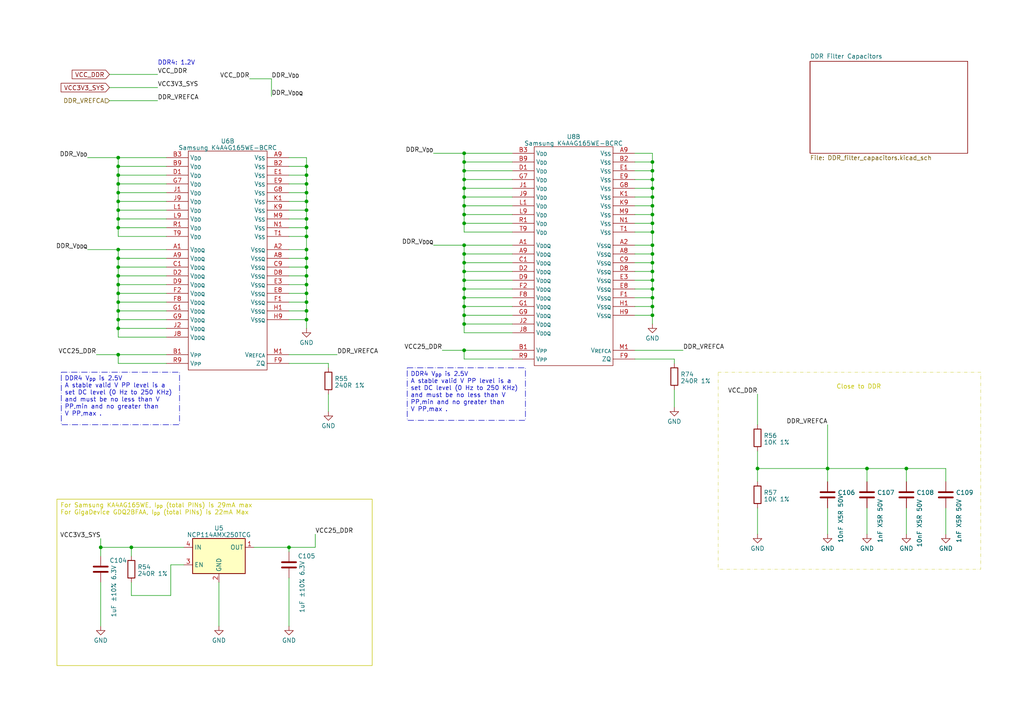
<source format=kicad_sch>
(kicad_sch (version 20230121) (generator eeschema)
  (paper "A4")
  (lib_symbols
    (symbol "Device:C" (pin_numbers hide) (pin_names (offset 0.254))
      (property "Reference" "C" (at 0.635 2.54 0))
      (property "Value" "C" (at 0.635 -2.54 0))
      (symbol "C_0_1"
        (polyline (pts (xy -2.032 -0.762) (xy 2.032 -0.762)) (stroke (width 0.508)))
        (polyline (pts (xy -2.032 0.762) (xy 2.032 0.762)) (stroke (width 0.508)))
      )
      (symbol "C_1_1"
        (pin passive line (at 0 3.81 270) (length 2.794) (name "~") (number "1"))
        (pin passive line (at 0 -3.81 90) (length 2.794) (name "~") (number "2"))
      )
    )
    (symbol "Device:R" (pin_numbers hide) (pin_names (offset 0))
      (property "Reference" "R" (at 2.032 0 90))
      (property "Value" "R" (at 0 0 90))
      (symbol "R_0_1"
        (rectangle (start -1.016 -2.54) (end 1.016 2.54) (stroke (width 0.254)))
      )
      (symbol "R_1_1"
        (pin passive line (at 0 3.81 270) (length 1.27) (name "~") (number "1"))
        (pin passive line (at 0 -3.81 90) (length 1.27) (name "~") (number "2"))
      )
    )
    (symbol "Leaf_Regulator_Linear:NCP114"
      (property "Reference" "U" (at 0 0 0))
      (property "Value" "NCP114" (at 0 0 0))
      (symbol "NCP114_0_0"
        (text "" (at 0 0 0) (effects (font (size 1.27 1.27))))
      )
      (symbol "NCP114_0_1"
        (rectangle (start -7.62 5.08) (end 7.62 -5.08) (stroke (width 0.254)) (fill (type background)))
      )
      (symbol "NCP114_1_1"
        (pin power_out line (at 10.16 2.54 180) (length 2.54) (name "OUT") (number "1"))
        (pin power_in line (at 0 -7.62 90) (length 2.54) (name "GND") (number "2"))
        (pin input line (at -10.16 -2.54 0) (length 2.54) (name "EN") (number "3"))
        (pin power_in line (at -10.16 2.54 0) (length 2.54) (name "IN") (number "4"))
        (pin passive line (at 0 -7.62 90) (length 2.54) hide (name "GND") (number "5"))
      )
    )
    (symbol "Memory_DDR:Micron_DDR4_MT40A512M16TB"
      (property "Reference" "U" (at -12.7 39.37 0))
      (property "Value" "Micron DDR4 MT40A512M16TB" (at 6.35 39.37 0))
      (symbol "Micron_DDR4_MT40A512M16TB_1_1"
        (rectangle (start -11.43 38.1) (end 11.43 -45.72))
        (pin bidirectional line (at 17.78 8.89 180) (length 6.35) (name "DQ8") (number "A3"))
        (pin bidirectional line (at 17.78 -13.97 180) (length 6.35) (name "UDQS#") (number "A7"))
        (pin bidirectional line (at 17.78 -11.43 180) (length 6.35) (name "UDQS") (number "B7"))
        (pin bidirectional line (at 17.78 6.35 180) (length 6.35) (name "DQ9") (number "B8"))
        (pin bidirectional line (at 17.78 -1.27 180) (length 6.35) (name "DQ12") (number "C2"))
        (pin bidirectional line (at 17.78 3.81 180) (length 6.35) (name "DQ10") (number "C3"))
        (pin bidirectional line (at 17.78 1.27 180) (length 6.35) (name "DQ11") (number "C7"))
        (pin bidirectional line (at 17.78 -3.81 180) (length 6.35) (name "DQ13") (number "C8"))
        (pin bidirectional line (at 17.78 -6.35 180) (length 6.35) (name "DQ14") (number "D3"))
        (pin bidirectional line (at 17.78 -8.89 180) (length 6.35) (name "DQ15") (number "D7"))
        (pin input line (at 17.78 -21.59 180) (length 6.35) (name "NF/~{UDM}/~{UDBI}") (number "E2"))
        (pin input line (at 17.78 -19.05 180) (length 6.35) (name "NF/~{LDM}/~{LDBI}") (number "E7"))
        (pin bidirectional line (at 17.78 12.7 180) (length 6.35) (name "LDQS#") (number "F3"))
        (pin bidirectional line (at 17.78 33.02 180) (length 6.35) (name "DQ1") (number "F7"))
        (pin bidirectional line (at 17.78 35.56 180) (length 6.35) (name "DQ0") (number "G2"))
        (pin bidirectional line (at 17.78 15.24 180) (length 6.35) (name "LDQS") (number "G3"))
        (pin bidirectional line (at 17.78 25.4 180) (length 6.35) (name "DQ4") (number "H2"))
        (pin bidirectional line (at 17.78 30.48 180) (length 6.35) (name "DQ2") (number "H3"))
        (pin bidirectional line (at 17.78 27.94 180) (length 6.35) (name "DQ3") (number "H7"))
        (pin bidirectional line (at 17.78 22.86 180) (length 6.35) (name "DQ5") (number "H8"))
        (pin bidirectional line (at 17.78 20.32 180) (length 6.35) (name "DQ6") (number "J3"))
        (pin bidirectional line (at 17.78 17.78 180) (length 6.35) (name "DQ7") (number "J7"))
        (pin input line (at -17.78 -19.05 0) (length 6.35) (name "CKE") (number "K2"))
        (pin input line (at -17.78 -24.13 0) (length 6.35) (name "ODT") (number "K3"))
        (pin input line (at -17.78 -11.43 0) (length 6.35) (name "CK") (number "K7"))
        (pin input line (at -17.78 -13.97 0) (length 6.35) (name "CK#") (number "K8"))
        (pin input line (at -17.78 0 0) (length 6.35) (name "A14/~{WE}") (number "L2"))
        (pin input line (at -17.78 -31.75 0) (length 6.35) (name "~{ACT}") (number "L3"))
        (pin input line (at -17.78 -21.59 0) (length 6.35) (name "~{CS}") (number "L7"))
        (pin input line (at -17.78 -5.08 0) (length 6.35) (name "A16/~{RAS}") (number "L8"))
        (pin input line (at 17.78 -35.56 180) (length 6.35) (name "BG0") (number "M2"))
        (pin input line (at -17.78 10.16 0) (length 6.35) (name "A10/AP") (number "M3"))
        (pin input line (at -17.78 5.08 0) (length 6.35) (name "A12/~{BC}") (number "M7"))
        (pin input line (at -17.78 -2.54 0) (length 6.35) (name "A15/~{CAS}") (number "M8"))
        (pin input line (at 17.78 -29.21 180) (length 6.35) (name "BA0") (number "N2"))
        (pin input line (at -17.78 25.4 0) (length 6.35) (name "A4") (number "N3"))
        (pin input line (at -17.78 27.94 0) (length 6.35) (name "A3") (number "N7"))
        (pin input line (at 17.78 -31.75 180) (length 6.35) (name "BA1") (number "N8"))
        (pin input line (at -17.78 -40.64 0) (length 6.35) (name "TEN") (number "N9"))
        (pin input line (at -17.78 -27.94 0) (length 6.35) (name "~{RESET}") (number "P1"))
        (pin input line (at -17.78 20.32 0) (length 6.35) (name "A6") (number "P2"))
        (pin input line (at -17.78 35.56 0) (length 6.35) (name "A0") (number "P3"))
        (pin input line (at -17.78 33.02 0) (length 6.35) (name "A1") (number "P7"))
        (pin input line (at -17.78 22.86 0) (length 6.35) (name "A5") (number "P8"))
        (pin input line (at -17.78 -35.56 0) (length 6.35) (name "~{ALERT}") (number "P9"))
        (pin input line (at -17.78 15.24 0) (length 6.35) (name "A8") (number "R2"))
        (pin input line (at -17.78 30.48 0) (length 6.35) (name "A2") (number "R3"))
        (pin input line (at -17.78 12.7 0) (length 6.35) (name "A9") (number "R7"))
        (pin input line (at -17.78 17.78 0) (length 6.35) (name "A7") (number "R8"))
        (pin input line (at -17.78 7.62 0) (length 6.35) (name "A11") (number "T2"))
        (pin input line (at -17.78 -44.45 0) (length 6.35) (name "PAR") (number "T3"))
        (pin input line (at -17.78 2.54 0) (length 6.35) (name "A13") (number "T8"))
      )
      (symbol "Micron_DDR4_MT40A512M16TB_2_1"
        (rectangle (start -11.43 28.575) (end 11.43 -34.925))
        (pin power_in line (at -17.78 0 0) (length 6.35) (name "V_{DDQ}") (number "A1"))
        (pin power_in line (at 17.78 0 180) (length 6.35) (name "V_{SSQ}") (number "A2"))
        (pin power_in line (at 17.78 -2.54 180) (length 6.35) (name "V_{SSQ}") (number "A8"))
        (pin power_in line (at -17.78 -2.54 0) (length 6.35) (name "V_{DDQ}") (number "A9"))
        (pin power_in line (at 17.78 26.67 180) (length 6.35) (name "V_{SS}") (number "A9"))
        (pin power_in line (at -17.78 -30.48 0) (length 6.35) (name "V_{PP}") (number "B1"))
        (pin power_in line (at 17.78 24.13 180) (length 6.35) (name "V_{SS}") (number "B2"))
        (pin power_in line (at -17.78 26.67 0) (length 6.35) (name "V_{DD}") (number "B3"))
        (pin power_in line (at -17.78 24.13 0) (length 6.35) (name "V_{DD}") (number "B9"))
        (pin power_in line (at -17.78 -5.08 0) (length 6.35) (name "V_{DDQ}") (number "C1"))
        (pin power_in line (at 17.78 -5.08 180) (length 6.35) (name "V_{SSQ}") (number "C9"))
        (pin power_in line (at -17.78 21.59 0) (length 6.35) (name "V_{DD}") (number "D1"))
        (pin power_in line (at -17.78 -7.62 0) (length 6.35) (name "V_{DDQ}") (number "D2"))
        (pin power_in line (at 17.78 -7.62 180) (length 6.35) (name "V_{SSQ}") (number "D8"))
        (pin power_in line (at -17.78 -10.16 0) (length 6.35) (name "V_{DDQ}") (number "D9"))
        (pin power_in line (at 17.78 21.59 180) (length 6.35) (name "V_{SS}") (number "E1"))
        (pin power_in line (at 17.78 -10.16 180) (length 6.35) (name "V_{SSQ}") (number "E3"))
        (pin power_in line (at 17.78 -12.7 180) (length 6.35) (name "V_{SSQ}") (number "E8"))
        (pin power_in line (at 17.78 19.05 180) (length 6.35) (name "V_{SS}") (number "E9"))
        (pin power_in line (at 17.78 -15.24 180) (length 6.35) (name "V_{SSQ}") (number "F1"))
        (pin power_in line (at -17.78 -12.7 0) (length 6.35) (name "V_{DDQ}") (number "F2"))
        (pin power_in line (at -17.78 -15.24 0) (length 6.35) (name "V_{DDQ}") (number "F8"))
        (pin power_in line (at 17.78 -33.02 180) (length 6.35) (name "ZQ") (number "F9"))
        (pin power_in line (at -17.78 -17.78 0) (length 6.35) (name "V_{DDQ}") (number "G1"))
        (pin power_in line (at -17.78 19.05 0) (length 6.35) (name "V_{DD}") (number "G7"))
        (pin power_in line (at 17.78 16.51 180) (length 6.35) (name "V_{SS}") (number "G8"))
        (pin power_in line (at -17.78 -20.32 0) (length 6.35) (name "V_{DDQ}") (number "G9"))
        (pin power_in line (at 17.78 -17.78 180) (length 6.35) (name "V_{SSQ}") (number "H1"))
        (pin power_in line (at 17.78 -20.32 180) (length 6.35) (name "V_{SSQ}") (number "H9"))
        (pin power_in line (at -17.78 16.51 0) (length 6.35) (name "V_{DD}") (number "J1"))
        (pin power_in line (at -17.78 -22.86 0) (length 6.35) (name "V_{DDQ}") (number "J2"))
        (pin power_in line (at -17.78 -25.4 0) (length 6.35) (name "V_{DDQ}") (number "J8"))
        (pin power_in line (at -17.78 13.97 0) (length 6.35) (name "V_{DD}") (number "J9"))
        (pin power_in line (at 17.78 13.97 180) (length 6.35) (name "V_{SS}") (number "K1"))
        (pin power_in line (at 17.78 11.43 180) (length 6.35) (name "V_{SS}") (number "K9"))
        (pin power_in line (at -17.78 11.43 0) (length 6.35) (name "V_{DD}") (number "L1"))
        (pin power_in line (at -17.78 8.89 0) (length 6.35) (name "V_{DD}") (number "L9"))
        (pin power_in line (at 17.78 -30.48 180) (length 6.35) (name "V_{REFCA}") (number "M1"))
        (pin power_in line (at 17.78 8.89 180) (length 6.35) (name "V_{SS}") (number "M9"))
        (pin power_in line (at 17.78 6.35 180) (length 6.35) (name "V_{SS}") (number "N1"))
        (pin power_in line (at -17.78 6.35 0) (length 6.35) (name "V_{DD}") (number "R1"))
        (pin power_in line (at -17.78 -33.02 0) (length 6.35) (name "V_{PP}") (number "R9"))
        (pin power_in line (at 17.78 3.81 180) (length 6.35) (name "V_{SS}") (number "T1"))
        (pin no_connect line (at -5.08 -41.275 90) (length 6.35) hide (name "NF/NC") (number "T7"))
        (pin power_in line (at -17.78 3.81 0) (length 6.35) (name "V_{DD}") (number "T9"))
      )
    )
    (symbol "power:GND" (power) (pin_names (offset 0))
      (property "Value" "GND" (at 0 -3.81 0))
      (symbol "GND_0_1"
        (polyline (pts (xy 0 0) (xy 0 -1.27) (xy 1.27 -1.27) (xy 0 -2.54) (xy -1.27 -1.27) (xy 0 -1.27)))
      )
      (symbol "GND_1_1"
        (pin power_in line (at 0 0 270) (length 0) hide (name "GND") (number "1"))
      )
    )
  )
  (junction (at 189.23 83.82))
  (junction (at 34.29 102.87))
  (junction (at 189.23 57.15))
  (junction (at 189.23 67.31))
  (junction (at 134.62 64.77))
  (junction (at 134.62 76.2))
  (junction (at 134.62 93.98))
  (junction (at 189.23 78.74))
  (junction (at 34.29 48.26))
  (junction (at 88.9 92.71))
  (junction (at 34.29 87.63))
  (junction (at 134.62 71.12))
  (junction (at 88.9 80.01))
  (junction (at 88.9 77.47))
  (junction (at 189.23 71.12))
  (junction (at 134.62 49.53))
  (junction (at 134.62 54.61))
  (junction (at 34.29 55.88))
  (junction (at 88.9 87.63))
  (junction (at 134.62 81.28))
  (junction (at 134.62 86.36))
  (junction (at 34.29 90.17))
  (junction (at 38.1 158.75))
  (junction (at 88.9 53.34))
  (junction (at 88.9 68.58))
  (junction (at 34.29 80.01))
  (junction (at 34.29 82.55))
  (junction (at 88.9 72.39))
  (junction (at 189.23 54.61))
  (junction (at 189.23 86.36))
  (junction (at 34.29 72.39))
  (junction (at 240.03 135.89))
  (junction (at 134.62 57.15))
  (junction (at 34.29 74.93))
  (junction (at 34.29 60.96))
  (junction (at 189.23 64.77))
  (junction (at 88.9 74.93))
  (junction (at 189.23 49.53))
  (junction (at 262.89 135.89))
  (junction (at 88.9 90.17))
  (junction (at 189.23 73.66))
  (junction (at 88.9 48.26))
  (junction (at 34.29 45.72))
  (junction (at 34.29 63.5))
  (junction (at 88.9 82.55))
  (junction (at 189.23 81.28))
  (junction (at 189.23 88.9))
  (junction (at 88.9 85.09))
  (junction (at 189.23 46.99))
  (junction (at 134.62 59.69))
  (junction (at 134.62 78.74))
  (junction (at 34.29 50.8))
  (junction (at 34.29 66.04))
  (junction (at 134.62 101.6))
  (junction (at 34.29 92.71))
  (junction (at 88.9 63.5))
  (junction (at 34.29 95.25))
  (junction (at 88.9 60.96))
  (junction (at 88.9 50.8))
  (junction (at 34.29 85.09))
  (junction (at 134.62 73.66))
  (junction (at 34.29 58.42))
  (junction (at 189.23 52.07))
  (junction (at 189.23 91.44))
  (junction (at 251.46 135.89))
  (junction (at 34.29 53.34))
  (junction (at 134.62 83.82))
  (junction (at 134.62 46.99))
  (junction (at 88.9 55.88))
  (junction (at 134.62 52.07))
  (junction (at 29.21 158.75))
  (junction (at 134.62 62.23))
  (junction (at 219.71 135.89))
  (junction (at 134.62 88.9))
  (junction (at 134.62 91.44))
  (junction (at 88.9 66.04))
  (junction (at 83.82 158.75))
  (junction (at 189.23 62.23))
  (junction (at 88.9 58.42))
  (junction (at 34.29 77.47))
  (junction (at 134.62 44.45))
  (junction (at 189.23 76.2))
  (junction (at 189.23 59.69))
  (wire (pts (xy 34.29 80.01) (xy 34.29 82.55)))
  (wire (pts (xy 134.62 54.61) (xy 134.62 57.15)))
  (wire (pts (xy 38.1 158.75) (xy 38.1 161.29)))
  (wire (pts (xy 72.39 22.86) (xy 78.74 22.86)))
  (wire (pts (xy 134.62 96.52) (xy 134.62 93.98)))
  (wire (pts (xy 34.29 97.79) (xy 34.29 95.25)))
  (wire (pts (xy 34.29 66.04) (xy 48.26 66.04)))
  (wire (pts (xy 134.62 73.66) (xy 148.59 73.66)))
  (wire (pts (xy 134.62 83.82) (xy 148.59 83.82)))
  (wire (pts (xy 31.75 21.59) (xy 45.72 21.59)))
  (wire (pts (xy 134.62 59.69) (xy 148.59 59.69)))
  (wire (pts (xy 262.89 147.32) (xy 262.89 154.94)))
  (wire (pts (xy 184.15 78.74) (xy 189.23 78.74)))
  (wire (pts (xy 134.62 91.44) (xy 148.59 91.44)))
  (wire (pts (xy 251.46 139.7) (xy 251.46 135.89)))
  (wire (pts (xy 189.23 44.45) (xy 189.23 46.99)))
  (wire (pts (xy 34.29 92.71) (xy 48.26 92.71)))
  (wire (pts (xy 189.23 46.99) (xy 189.23 49.53)))
  (wire (pts (xy 134.62 86.36) (xy 134.62 88.9)))
  (wire (pts (xy 97.79 102.87) (xy 83.82 102.87)))
  (wire (pts (xy 134.62 49.53) (xy 134.62 52.07)))
  (wire (pts (xy 88.9 58.42) (xy 88.9 60.96)))
  (wire (pts (xy 184.15 62.23) (xy 189.23 62.23)))
  (wire (pts (xy 34.29 48.26) (xy 34.29 50.8)))
  (wire (pts (xy 88.9 74.93) (xy 88.9 77.47)))
  (wire (pts (xy 189.23 62.23) (xy 189.23 64.77)))
  (wire (pts (xy 134.62 73.66) (xy 134.62 76.2)))
  (wire (pts (xy 195.58 113.03) (xy 195.58 118.11)))
  (wire (pts (xy 88.9 80.01) (xy 88.9 82.55)))
  (wire (pts (xy 134.62 59.69) (xy 134.62 62.23)))
  (wire (pts (xy 34.29 45.72) (xy 34.29 48.26)))
  (wire (pts (xy 134.62 62.23) (xy 134.62 64.77)))
  (wire (pts (xy 27.94 102.87) (xy 34.29 102.87)))
  (wire (pts (xy 134.62 78.74) (xy 134.62 81.28)))
  (wire (pts (xy 88.9 87.63) (xy 88.9 90.17)))
  (wire (pts (xy 88.9 48.26) (xy 88.9 50.8)))
  (wire (pts (xy 134.62 57.15) (xy 148.59 57.15)))
  (wire (pts (xy 189.23 59.69) (xy 189.23 62.23)))
  (wire (pts (xy 34.29 105.41) (xy 34.29 102.87)))
  (wire (pts (xy 134.62 57.15) (xy 134.62 59.69)))
  (wire (pts (xy 34.29 72.39) (xy 48.26 72.39)))
  (wire (pts (xy 48.26 105.41) (xy 34.29 105.41)))
  (wire (pts (xy 34.29 63.5) (xy 34.29 66.04)))
  (wire (pts (xy 262.89 139.7) (xy 262.89 135.89)))
  (wire (pts (xy 134.62 71.12) (xy 148.59 71.12)))
  (wire (pts (xy 83.82 82.55) (xy 88.9 82.55)))
  (wire (pts (xy 34.29 102.87) (xy 48.26 102.87)))
  (wire (pts (xy 189.23 78.74) (xy 189.23 81.28)))
  (wire (pts (xy 29.21 158.75) (xy 29.21 161.29)))
  (wire (pts (xy 83.82 60.96) (xy 88.9 60.96)))
  (wire (pts (xy 134.62 71.12) (xy 134.62 73.66)))
  (wire (pts (xy 274.32 147.32) (xy 274.32 154.94)))
  (wire (pts (xy 184.15 57.15) (xy 189.23 57.15)))
  (wire (pts (xy 83.82 85.09) (xy 88.9 85.09)))
  (wire (pts (xy 189.23 73.66) (xy 189.23 76.2)))
  (wire (pts (xy 34.29 53.34) (xy 48.26 53.34)))
  (wire (pts (xy 83.82 158.75) (xy 83.82 160.02)))
  (wire (pts (xy 88.9 55.88) (xy 88.9 58.42)))
  (wire (pts (xy 34.29 95.25) (xy 34.29 92.71)))
  (wire (pts (xy 88.9 53.34) (xy 88.9 55.88)))
  (wire (pts (xy 29.21 168.91) (xy 29.21 181.61)))
  (wire (pts (xy 83.82 80.01) (xy 88.9 80.01)))
  (wire (pts (xy 184.15 88.9) (xy 189.23 88.9)))
  (wire (pts (xy 83.82 66.04) (xy 88.9 66.04)))
  (wire (pts (xy 88.9 85.09) (xy 88.9 87.63)))
  (wire (pts (xy 34.29 55.88) (xy 34.29 58.42)))
  (wire (pts (xy 125.73 44.45) (xy 134.62 44.45)))
  (wire (pts (xy 34.29 87.63) (xy 34.29 90.17)))
  (wire (pts (xy 184.15 54.61) (xy 189.23 54.61)))
  (wire (pts (xy 83.82 50.8) (xy 88.9 50.8)))
  (wire (pts (xy 88.9 63.5) (xy 88.9 66.04)))
  (wire (pts (xy 134.62 54.61) (xy 148.59 54.61)))
  (wire (pts (xy 88.9 72.39) (xy 88.9 74.93)))
  (wire (pts (xy 184.15 49.53) (xy 189.23 49.53)))
  (wire (pts (xy 49.53 163.83) (xy 53.34 163.83)))
  (wire (pts (xy 34.29 74.93) (xy 48.26 74.93)))
  (wire (pts (xy 48.26 95.25) (xy 34.29 95.25)))
  (wire (pts (xy 88.9 66.04) (xy 88.9 68.58)))
  (wire (pts (xy 189.23 81.28) (xy 189.23 83.82)))
  (wire (pts (xy 78.74 22.86) (xy 78.74 27.94)))
  (wire (pts (xy 134.62 46.99) (xy 134.62 49.53)))
  (wire (pts (xy 219.71 135.89) (xy 219.71 139.7)))
  (wire (pts (xy 184.15 76.2) (xy 189.23 76.2)))
  (wire (pts (xy 184.15 73.66) (xy 189.23 73.66)))
  (wire (pts (xy 134.62 64.77) (xy 148.59 64.77)))
  (wire (pts (xy 91.44 158.75) (xy 83.82 158.75)))
  (wire (pts (xy 134.62 44.45) (xy 134.62 46.99)))
  (wire (pts (xy 189.23 64.77) (xy 189.23 67.31)))
  (wire (pts (xy 63.5 168.91) (xy 63.5 181.61)))
  (wire (pts (xy 31.75 29.21) (xy 45.72 29.21)))
  (wire (pts (xy 83.82 87.63) (xy 88.9 87.63)))
  (wire (pts (xy 95.25 114.3) (xy 95.25 119.38)))
  (wire (pts (xy 34.29 60.96) (xy 48.26 60.96)))
  (wire (pts (xy 274.32 135.89) (xy 262.89 135.89)))
  (wire (pts (xy 38.1 168.91) (xy 38.1 172.72)))
  (wire (pts (xy 134.62 44.45) (xy 148.59 44.45)))
  (wire (pts (xy 189.23 67.31) (xy 189.23 71.12)))
  (wire (pts (xy 88.9 77.47) (xy 88.9 80.01)))
  (wire (pts (xy 240.03 147.32) (xy 240.03 154.94)))
  (wire (pts (xy 95.25 105.41) (xy 95.25 106.68)))
  (wire (pts (xy 184.15 67.31) (xy 189.23 67.31)))
  (wire (pts (xy 134.62 81.28) (xy 134.62 83.82)))
  (wire (pts (xy 134.62 78.74) (xy 148.59 78.74)))
  (wire (pts (xy 125.73 71.12) (xy 134.62 71.12)))
  (wire (pts (xy 34.29 58.42) (xy 34.29 60.96)))
  (wire (pts (xy 184.15 81.28) (xy 189.23 81.28)))
  (wire (pts (xy 251.46 147.32) (xy 251.46 154.94)))
  (wire (pts (xy 34.29 66.04) (xy 34.29 68.58)))
  (wire (pts (xy 134.62 93.98) (xy 134.62 91.44)))
  (wire (pts (xy 184.15 91.44) (xy 189.23 91.44)))
  (wire (pts (xy 195.58 104.14) (xy 195.58 105.41)))
  (wire (pts (xy 184.15 44.45) (xy 189.23 44.45)))
  (wire (pts (xy 34.29 90.17) (xy 48.26 90.17)))
  (wire (pts (xy 240.03 123.19) (xy 240.03 135.89)))
  (wire (pts (xy 184.15 46.99) (xy 189.23 46.99)))
  (wire (pts (xy 189.23 86.36) (xy 189.23 88.9)))
  (wire (pts (xy 34.29 85.09) (xy 34.29 87.63)))
  (wire (pts (xy 34.29 82.55) (xy 34.29 85.09)))
  (wire (pts (xy 148.59 104.14) (xy 134.62 104.14)))
  (wire (pts (xy 189.23 49.53) (xy 189.23 52.07)))
  (wire (pts (xy 219.71 114.3) (xy 219.71 123.19)))
  (wire (pts (xy 83.82 74.93) (xy 88.9 74.93)))
  (wire (pts (xy 48.26 97.79) (xy 34.29 97.79)))
  (wire (pts (xy 34.29 68.58) (xy 48.26 68.58)))
  (wire (pts (xy 83.82 45.72) (xy 88.9 45.72)))
  (wire (pts (xy 34.29 53.34) (xy 34.29 55.88)))
  (wire (pts (xy 184.15 104.14) (xy 195.58 104.14)))
  (wire (pts (xy 25.4 72.39) (xy 34.29 72.39)))
  (wire (pts (xy 198.12 101.6) (xy 184.15 101.6)))
  (wire (pts (xy 83.82 58.42) (xy 88.9 58.42)))
  (wire (pts (xy 34.29 80.01) (xy 48.26 80.01)))
  (wire (pts (xy 34.29 87.63) (xy 48.26 87.63)))
  (wire (pts (xy 134.62 64.77) (xy 134.62 67.31)))
  (wire (pts (xy 88.9 90.17) (xy 88.9 92.71)))
  (wire (pts (xy 34.29 85.09) (xy 48.26 85.09)))
  (wire (pts (xy 49.53 172.72) (xy 49.53 163.83)))
  (wire (pts (xy 189.23 76.2) (xy 189.23 78.74)))
  (wire (pts (xy 38.1 172.72) (xy 49.53 172.72)))
  (wire (pts (xy 134.62 52.07) (xy 148.59 52.07)))
  (wire (pts (xy 184.15 59.69) (xy 189.23 59.69)))
  (wire (pts (xy 134.62 62.23) (xy 148.59 62.23)))
  (wire (pts (xy 184.15 86.36) (xy 189.23 86.36)))
  (wire (pts (xy 88.9 60.96) (xy 88.9 63.5)))
  (wire (pts (xy 88.9 50.8) (xy 88.9 53.34)))
  (wire (pts (xy 34.29 90.17) (xy 34.29 92.71)))
  (wire (pts (xy 184.15 52.07) (xy 189.23 52.07)))
  (wire (pts (xy 134.62 76.2) (xy 134.62 78.74)))
  (wire (pts (xy 189.23 88.9) (xy 189.23 91.44)))
  (wire (pts (xy 25.4 45.72) (xy 34.29 45.72)))
  (wire (pts (xy 83.82 68.58) (xy 88.9 68.58)))
  (wire (pts (xy 83.82 72.39) (xy 88.9 72.39)))
  (wire (pts (xy 240.03 135.89) (xy 240.03 139.7)))
  (wire (pts (xy 189.23 54.61) (xy 189.23 57.15)))
  (wire (pts (xy 38.1 158.75) (xy 53.34 158.75)))
  (wire (pts (xy 88.9 45.72) (xy 88.9 48.26)))
  (wire (pts (xy 83.82 167.64) (xy 83.82 181.61)))
  (wire (pts (xy 34.29 74.93) (xy 34.29 77.47)))
  (wire (pts (xy 134.62 67.31) (xy 148.59 67.31)))
  (wire (pts (xy 134.62 49.53) (xy 148.59 49.53)))
  (wire (pts (xy 88.9 82.55) (xy 88.9 85.09)))
  (wire (pts (xy 189.23 83.82) (xy 189.23 86.36)))
  (wire (pts (xy 34.29 72.39) (xy 34.29 74.93)))
  (wire (pts (xy 134.62 88.9) (xy 148.59 88.9)))
  (wire (pts (xy 148.59 96.52) (xy 134.62 96.52)))
  (wire (pts (xy 134.62 104.14) (xy 134.62 101.6)))
  (wire (pts (xy 34.29 50.8) (xy 48.26 50.8)))
  (wire (pts (xy 83.82 92.71) (xy 88.9 92.71)))
  (wire (pts (xy 88.9 68.58) (xy 88.9 72.39)))
  (wire (pts (xy 34.29 48.26) (xy 48.26 48.26)))
  (wire (pts (xy 91.44 154.94) (xy 91.44 158.75)))
  (wire (pts (xy 128.27 101.6) (xy 134.62 101.6)))
  (wire (pts (xy 219.71 147.32) (xy 219.71 154.94)))
  (wire (pts (xy 31.75 25.4) (xy 45.72 25.4)))
  (wire (pts (xy 189.23 57.15) (xy 189.23 59.69)))
  (wire (pts (xy 34.29 60.96) (xy 34.29 63.5)))
  (wire (pts (xy 262.89 135.89) (xy 251.46 135.89)))
  (wire (pts (xy 134.62 83.82) (xy 134.62 86.36)))
  (wire (pts (xy 189.23 52.07) (xy 189.23 54.61)))
  (wire (pts (xy 29.21 156.21) (xy 29.21 158.75)))
  (wire (pts (xy 134.62 88.9) (xy 134.62 91.44)))
  (wire (pts (xy 34.29 45.72) (xy 48.26 45.72)))
  (wire (pts (xy 83.82 55.88) (xy 88.9 55.88)))
  (wire (pts (xy 34.29 77.47) (xy 34.29 80.01)))
  (wire (pts (xy 34.29 77.47) (xy 48.26 77.47)))
  (wire (pts (xy 219.71 135.89) (xy 240.03 135.89)))
  (wire (pts (xy 134.62 86.36) (xy 148.59 86.36)))
  (wire (pts (xy 88.9 92.71) (xy 88.9 95.25)))
  (wire (pts (xy 134.62 52.07) (xy 134.62 54.61)))
  (wire (pts (xy 134.62 81.28) (xy 148.59 81.28)))
  (wire (pts (xy 83.82 53.34) (xy 88.9 53.34)))
  (wire (pts (xy 189.23 91.44) (xy 189.23 93.98)))
  (wire (pts (xy 34.29 55.88) (xy 48.26 55.88)))
  (wire (pts (xy 189.23 71.12) (xy 189.23 73.66)))
  (wire (pts (xy 73.66 158.75) (xy 83.82 158.75)))
  (wire (pts (xy 34.29 82.55) (xy 48.26 82.55)))
  (wire (pts (xy 83.82 77.47) (xy 88.9 77.47)))
  (wire (pts (xy 251.46 135.89) (xy 240.03 135.89)))
  (wire (pts (xy 184.15 83.82) (xy 189.23 83.82)))
  (wire (pts (xy 34.29 50.8) (xy 34.29 53.34)))
  (wire (pts (xy 29.21 158.75) (xy 38.1 158.75)))
  (wire (pts (xy 134.62 76.2) (xy 148.59 76.2)))
  (wire (pts (xy 34.29 63.5) (xy 48.26 63.5)))
  (wire (pts (xy 83.82 105.41) (xy 95.25 105.41)))
  (wire (pts (xy 184.15 64.77) (xy 189.23 64.77)))
  (wire (pts (xy 83.82 63.5) (xy 88.9 63.5)))
  (wire (pts (xy 134.62 46.99) (xy 148.59 46.99)))
  (wire (pts (xy 274.32 139.7) (xy 274.32 135.89)))
  (wire (pts (xy 34.29 58.42) (xy 48.26 58.42)))
  (wire (pts (xy 184.15 71.12) (xy 189.23 71.12)))
  (wire (pts (xy 83.82 48.26) (xy 88.9 48.26)))
  (wire (pts (xy 219.71 130.81) (xy 219.71 135.89)))
  (wire (pts (xy 148.59 93.98) (xy 134.62 93.98)))
  (wire (pts (xy 83.82 90.17) (xy 88.9 90.17)))
  (wire (pts (xy 134.62 101.6) (xy 148.59 101.6)))
  (rectangle (start 208.28 107.95) (end 284.48 165.1) (stroke (width 0.0508) (type dash_dot_dot) (color 194 194 0 1)))
  (text_box "DDR4 V_{pp} is 2.5V\nA stable valid V PP level is a set DC level (0 Hz to 250 KHz) and must be no less than V PP,min and no greater than\nV PP,max ." (at 118.11 106.68 0) (size 34.29 15.24) (stroke (width 0) (type dash_dot)) (effects (font (size 1.27 1.27)) (justify left top)))
  (text_box "For Samsung KA4AG165WE, I_{pp} (total PINs) is 29mA max\nFor GigaDevice GDQ2BFAA, I_{pp} (total PINs) is 22mA Max" (at 16.51 144.78 0) (size 91.44 48.26) (stroke (width 0) (color 194 194 0 1)) (effects (font (size 1.27 1.27)) (justify left top)))
  (text_box "DDR4 V_{pp} is 2.5V\nA stable valid V PP level is a set DC level (0 Hz to 250 KHz) and must be no less than V PP,min and no greater than\nV PP,max ." (at 17.78 107.95 0) (size 34.29 15.24) (stroke (width 0) (type dash_dot)) (effects (font (size 1.27 1.27)) (justify left top)))
  (text "DDR4: 1.2V" (at 45.72 19.05 0) (effects (font (size 1.27 1.27)) (justify left bottom)))
  (text "Close to DDR" (at 242.57 113.03 0) (effects (font (size 1.27 1.27)) (justify left bottom)))
  (label "DDR_VREFCA" (at 198.12 101.6 0))
  (label "VCC_DDR" (at 45.72 21.59 0))
  (label "VCC_DDR" (at 72.39 22.86 180))
  (label "DDR_V_{DDQ}" (at 125.73 71.12 180))
  (label "VCC3V3_SYS" (at 29.21 156.21 180))
  (label "DDR_VREFCA" (at 97.79 102.87 0))
  (label "VCC25_DDR" (at 91.44 154.94 0))
  (label "DDR_V_{DD}" (at 125.73 44.45 180))
  (label "VCC25_DDR" (at 128.27 101.6 180))
  (label "VCC3V3_SYS" (at 45.72 25.4 0))
  (label "DDR_VREFCA" (at 45.72 29.21 0))
  (label "DDR_V_{DDQ}" (at 25.4 72.39 180))
  (label "DDR_V_{DD}" (at 25.4 45.72 180))
  (label "DDR_V_{DD}" (at 78.74 22.86 0))
  (label "DDR_V_{DDQ}" (at 78.74 27.94 0))
  (label "VCC25_DDR" (at 27.94 102.87 180))
  (label "VCC_DDR" (at 219.71 114.3 180))
  (label "DDR_VREFCA" (at 240.03 123.19 180))
  (global_label "VCC_DDR" (shape input) (at 31.75 21.59 180) (property "Intersheetrefs" "${INTERSHEET_REFS}" (effects hide)))
  (global_label "VCC3V3_SYS" (shape input) (at 31.75 25.4 180) (property "Intersheetrefs" "${INTERSHEET_REFS}" (effects hide)))
  (hierarchical_label "DDR_VREFCA" (shape input) (at 31.75 29.21 180))
  (symbol (lib_id "Device:R") (at 95.25 110.49 0) (unit 1)
    (property "Reference" "R55" (at 97.028 109.8463 0) (effects (justify left)))
    (property "Value" "240R 1%" (at 97.028 111.7673 0) (effects (justify left)))
    (property "Footprint" "Resistor_SMD:R_0402_1005Metric" (effects hide))
  )
  (symbol (lib_id "power:GND") (at 95.25 119.38 0) (unit 1)
    (property "Reference" "#PWR0117" (effects hide))
    (property "Value" "GND" (at 95.25 123.5155 0))
  )
  (symbol (lib_id "Device:R") (at 38.1 165.1 0) (unit 1)
    (property "Reference" "R54" (at 39.878 164.4563 0) (effects (justify left)))
    (property "Value" "240R 1%" (at 39.878 166.3773 0) (effects (justify left)))
    (property "Footprint" "Resistor_SMD:R_0402_1005Metric" (effects hide))
  )
  (symbol (lib_id "Device:R") (at 219.71 143.51 0) (unit 1)
    (property "Reference" "R57" (at 221.488 142.8663 0) (effects (justify left)))
    (property "Value" "10K 1%" (at 221.488 144.7873 0) (effects (justify left)))
    (property "Footprint" "Resistor_SMD:R_0402_1005Metric" (effects hide))
    (instances (project "leaf" (path "" (reference "R57") (unit 1)) (path "" (reference "R?") (unit 1))))
  )
  (symbol (lib_id "Device:R") (at 219.71 127 0) (unit 1)
    (property "Reference" "R56" (at 221.488 126.3563 0) (effects (justify left)))
    (property "Value" "10K 1%" (at 221.488 128.2773 0) (effects (justify left)))
    (property "Footprint" "Resistor_SMD:R_0402_1005Metric" (effects hide))
    (instances (project "leaf" (path "" (reference "R56") (unit 1)) (path "" (reference "R?") (unit 1))))
  )
  (symbol (lib_id "Leaf_Regulator_Linear:NCP114") (at 63.5 161.29 0) (unit 1)
    (property "Reference" "U5" (at 63.5 153.2001 0))
    (property "Value" "NCP114AMX250TCG" (at 63.5 155.1211 0))
    (property "Footprint" "Package_DFN_QFN:OnSemi_XDFN4-1EP_1.0x1.0mm_EP0.52x0.52mm" (effects hide))
  )
  (symbol (lib_id "power:GND") (at 88.9 95.25 0) (unit 1)
    (property "Reference" "#PWR0116" (effects hide))
    (property "Value" "GND" (at 88.9 99.3855 0))
  )
  (symbol (lib_id "Device:C") (at 29.21 165.1 0) (unit 1)
    (property "Reference" "C104" (at 31.75 162.56 0) (effects (justify left)))
    (property "Value" "1uF ±10% 6.3V" (at 33.02 179.07 90) (effects (justify left)))
    (property "Footprint" "Capacitor_SMD:C_0402_1005Metric" (effects hide))
    (property "Description" "容值: 1uF 精度: ±10% 额定电压: 6.3V 材质(温度系数): X7R 材质:X7R" (effects hide))
    (property "Model" "GRM155R70J105KA12D" (effects hide))
    (property "Vendor" "muRata(村田)" (effects hide))
    (property "LCSC" "C88945" (effects hide))
  )
  (symbol (lib_id "power:GND") (at 195.58 118.11 0) (unit 1)
    (property "Reference" "#PWR0142" (effects hide))
    (property "Value" "GND" (at 195.58 122.2455 0))
  )
  (symbol (lib_id "Device:C") (at 262.89 143.51 0) (unit 1)
    (property "Reference" "C108" (at 265.811 142.8663 0) (effects (justify left)))
    (property "Value" "10nF X5R 50V" (at 266.7 158.75 90) (effects (justify left)))
    (property "Footprint" "Capacitor_SMD:C_0402_1005Metric" (effects hide))
    (property "Description" "容值: 10nF 精度: ±10% 额定电压: 50V 材质(温度系数): X7R 材质:X7R" (effects hide))
    (property "LCSC" "C91601" (effects hide))
    (property "Model" "GCM155R71H103KA55D" (effects hide))
    (property "Vendor" "muRata(村田)" (effects hide))
    (instances (project "leaf" (path "" (reference "C108") (unit 1)) (path "" (reference "C?") (unit 1))))
  )
  (symbol (lib_id "power:GND") (at 262.89 154.94 0) (unit 1)
    (property "Reference" "#PWR0121" (effects hide))
    (property "Value" "GND" (at 262.89 159.0755 0))
    (instances (project "leaf" (path "" (reference "#PWR0121") (unit 1)) (path "" (reference "#PWR?") (unit 1))))
  )
  (symbol (lib_id "Memory_DDR:Micron_DDR4_MT40A512M16TB") (at 166.37 71.12 0) (unit 2)
    (property "Reference" "U8" (at 166.37 39.6621 0))
    (property "Value" "Samsung K4A4G165WE-BCRC" (at 166.37 41.5831 0))
    (property "Footprint" "Package_BGA:Micron_FBGA-96_9x14mm_Layout9x16_P0.8mm" (effects hide))
    (property "Description" "存储器构架(格式): SDRAM DDR4 时钟频率(fc): 1200MHz 存储容量: 4Gbit 工作电压: 1.14V~1.26V 工作电" (effects hide))
    (property "LCSC" "C2803250" (effects hide))
    (property "Model" "K4A4G165WE-BCRC" (effects hide))
    (property "Vendor" "SAMSUNG(三星半导体)" (effects hide))
  )
  (symbol (lib_id "power:GND") (at 29.21 181.61 0) (unit 1)
    (property "Reference" "#PWR0113" (effects hide))
    (property "Value" "GND" (at 29.21 185.7455 0))
  )
  (symbol (lib_id "Memory_DDR:Micron_DDR4_MT40A512M16TB") (at 66.04 72.39 0) (unit 2)
    (property "Reference" "U6" (at 66.04 40.9321 0))
    (property "Value" "Samsung K4A4G165WE-BCRC" (at 66.04 42.8531 0))
    (property "Footprint" "Package_BGA:Micron_FBGA-96_9x14mm_Layout9x16_P0.8mm" (effects hide))
    (property "Description" "存储器构架(格式): SDRAM DDR4 时钟频率(fc): 1200MHz 存储容量: 4Gbit 工作电压: 1.14V~1.26V 工作电" (effects hide))
    (property "LCSC" "C2803250" (effects hide))
    (property "Model" "K4A4G165WE-BCRC" (effects hide))
    (property "Vendor" "SAMSUNG(三星半导体)" (effects hide))
  )
  (symbol (lib_id "power:GND") (at 83.82 181.61 0) (unit 1)
    (property "Reference" "#PWR0115" (effects hide))
    (property "Value" "GND" (at 83.82 185.7455 0))
  )
  (symbol (lib_id "Device:C") (at 240.03 143.51 0) (unit 1)
    (property "Reference" "C106" (at 242.951 142.8663 0) (effects (justify left)))
    (property "Value" "10nF X5R 50V" (at 243.84 157.48 90) (effects (justify left)))
    (property "Footprint" "Capacitor_SMD:C_0402_1005Metric" (effects hide))
    (property "Description" "容值: 10nF 精度: ±10% 额定电压: 50V 材质(温度系数): X7R 材质:X7R" (effects hide))
    (property "LCSC" "C91601" (effects hide))
    (property "Model" "GCM155R71H103KA55D" (effects hide))
    (property "Vendor" "muRata(村田)" (effects hide))
    (instances (project "leaf" (path "" (reference "C106") (unit 1)) (path "" (reference "C?") (unit 1))))
  )
  (symbol (lib_id "power:GND") (at 63.5 181.61 0) (unit 1)
    (property "Reference" "#PWR0114" (effects hide))
    (property "Value" "GND" (at 63.5 185.7455 0))
  )
  (symbol (lib_id "power:GND") (at 219.71 154.94 0) (unit 1)
    (property "Reference" "#PWR0118" (effects hide))
    (property "Value" "GND" (at 219.71 159.0755 0))
    (instances (project "leaf" (path "" (reference "#PWR0118") (unit 1)) (path "" (reference "#PWR?") (unit 1))))
  )
  (symbol (lib_id "power:GND") (at 240.03 154.94 0) (unit 1)
    (property "Reference" "#PWR0119" (effects hide))
    (property "Value" "GND" (at 240.03 159.0755 0))
    (instances (project "leaf" (path "" (reference "#PWR0119") (unit 1)) (path "" (reference "#PWR?") (unit 1))))
  )
  (symbol (lib_id "power:GND") (at 274.32 154.94 0) (unit 1)
    (property "Reference" "#PWR0122" (effects hide))
    (property "Value" "GND" (at 274.32 159.0755 0))
    (instances (project "leaf" (path "" (reference "#PWR0122") (unit 1)) (path "" (reference "#PWR?") (unit 1))))
  )
  (symbol (lib_id "Device:R") (at 195.58 109.22 0) (unit 1)
    (property "Reference" "R74" (at 197.358 108.5763 0) (effects (justify left)))
    (property "Value" "240R 1%" (at 197.358 110.4973 0) (effects (justify left)))
    (property "Footprint" "Resistor_SMD:R_0402_1005Metric" (effects hide))
  )
  (symbol (lib_id "Device:C") (at 274.32 143.51 0) (unit 1)
    (property "Reference" "C109" (at 277.241 142.8663 0) (effects (justify left)))
    (property "Value" "1nF X5R 50V" (at 278.13 157.48 90) (effects (justify left)))
    (property "Footprint" "Capacitor_SMD:C_0402_1005Metric" (effects hide))
    (property "Description" "容值: 1nF 精度: ±10% 额定电压: 50V 材质(温度系数): X7R 材质:X7R" (effects hide))
    (property "LCSC" "C77018" (effects hide))
    (property "Model" "GRM155R71H102KA01D" (effects hide))
    (instances (project "leaf" (path "" (reference "C109") (unit 1)) (path "" (reference "C?") (unit 1))))
  )
  (symbol (lib_id "power:GND") (at 189.23 93.98 0) (unit 1)
    (property "Reference" "#PWR0141" (effects hide))
    (property "Value" "GND" (at 189.23 98.1155 0))
  )
  (symbol (lib_id "Device:C") (at 251.46 143.51 0) (unit 1)
    (property "Reference" "C107" (at 254.381 142.8663 0) (effects (justify left)))
    (property "Value" "1nF X5R 50V" (at 255.27 157.48 90) (effects (justify left)))
    (property "Footprint" "Capacitor_SMD:C_0402_1005Metric" (effects hide))
    (property "Description" "容值: 1nF 精度: ±10% 额定电压: 50V 材质(温度系数): X7R 材质:X7R" (effects hide))
    (property "LCSC" "C77018" (effects hide))
    (property "Model" "GRM155R71H102KA01D" (effects hide))
    (instances (project "leaf" (path "" (reference "C107") (unit 1)) (path "" (reference "C?") (unit 1))))
  )
  (symbol (lib_id "Device:C") (at 83.82 163.83 0) (unit 1)
    (property "Reference" "C105" (at 86.36 161.29 0) (effects (justify left)))
    (property "Value" "1uF ±10% 6.3V" (at 87.63 177.8 90) (effects (justify left)))
    (property "Footprint" "Capacitor_SMD:C_0402_1005Metric" (effects hide))
    (property "Description" "容值: 1uF 精度: ±10% 额定电压: 6.3V 材质(温度系数): X7R 材质:X7R" (effects hide))
    (property "Model" "GRM155R70J105KA12D" (effects hide))
    (property "Vendor" "muRata(村田)" (effects hide))
    (property "LCSC" "C88945" (effects hide))
  )
  (symbol (lib_id "power:GND") (at 251.46 154.94 0) (unit 1)
    (property "Reference" "#PWR0120" (effects hide))
    (property "Value" "GND" (at 251.46 159.0755 0))
    (instances (project "leaf" (path "" (reference "#PWR0120") (unit 1)) (path "" (reference "#PWR?") (unit 1))))
  )
  (sheet (at 234.95 17.78) (size 45.72 26.67) (stroke (width 0.1524))
    (property "Sheetname" "DDR Filter Capacitors" (at 234.95 17.0684 0) (effects (justify left bottom)))
    (property "Sheetfile" "DDR_filter_capacitors.kicad_sch" (at 234.95 45.0346 0) (effects (justify left top)))
  )
)
</source>
